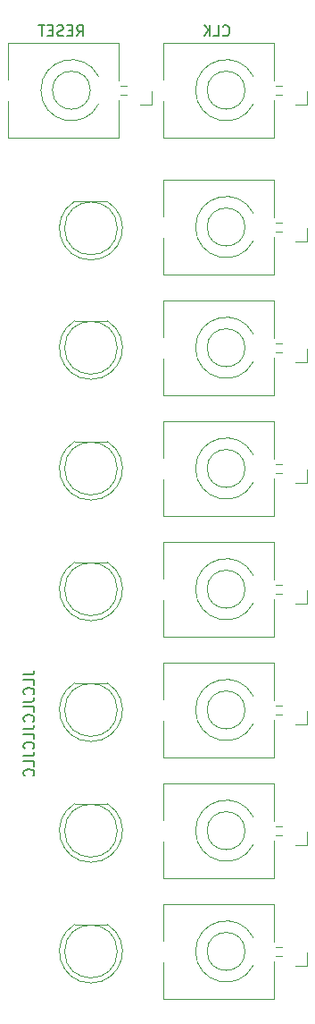
<source format=gbo>
G04 #@! TF.GenerationSoftware,KiCad,Pcbnew,(5.1.7)-1*
G04 #@! TF.CreationDate,2021-01-31T04:24:23+01:00*
G04 #@! TF.ProjectId,clockdiv,636c6f63-6b64-4697-962e-6b696361645f,rev?*
G04 #@! TF.SameCoordinates,Original*
G04 #@! TF.FileFunction,Legend,Bot*
G04 #@! TF.FilePolarity,Positive*
%FSLAX46Y46*%
G04 Gerber Fmt 4.6, Leading zero omitted, Abs format (unit mm)*
G04 Created by KiCad (PCBNEW (5.1.7)-1) date 2021-01-31 04:24:23*
%MOMM*%
%LPD*%
G01*
G04 APERTURE LIST*
%ADD10C,0.150000*%
%ADD11C,0.120000*%
G04 APERTURE END LIST*
D10*
X109942380Y-138382952D02*
X110656666Y-138382952D01*
X110799523Y-138335333D01*
X110894761Y-138240095D01*
X110942380Y-138097238D01*
X110942380Y-138002000D01*
X110942380Y-139335333D02*
X110942380Y-138859142D01*
X109942380Y-138859142D01*
X110847142Y-140240095D02*
X110894761Y-140192476D01*
X110942380Y-140049619D01*
X110942380Y-139954380D01*
X110894761Y-139811523D01*
X110799523Y-139716285D01*
X110704285Y-139668666D01*
X110513809Y-139621047D01*
X110370952Y-139621047D01*
X110180476Y-139668666D01*
X110085238Y-139716285D01*
X109990000Y-139811523D01*
X109942380Y-139954380D01*
X109942380Y-140049619D01*
X109990000Y-140192476D01*
X110037619Y-140240095D01*
X109942380Y-140954380D02*
X110656666Y-140954380D01*
X110799523Y-140906761D01*
X110894761Y-140811523D01*
X110942380Y-140668666D01*
X110942380Y-140573428D01*
X110942380Y-141906761D02*
X110942380Y-141430571D01*
X109942380Y-141430571D01*
X110847142Y-142811523D02*
X110894761Y-142763904D01*
X110942380Y-142621047D01*
X110942380Y-142525809D01*
X110894761Y-142382952D01*
X110799523Y-142287714D01*
X110704285Y-142240095D01*
X110513809Y-142192476D01*
X110370952Y-142192476D01*
X110180476Y-142240095D01*
X110085238Y-142287714D01*
X109990000Y-142382952D01*
X109942380Y-142525809D01*
X109942380Y-142621047D01*
X109990000Y-142763904D01*
X110037619Y-142811523D01*
X109942380Y-143525809D02*
X110656666Y-143525809D01*
X110799523Y-143478190D01*
X110894761Y-143382952D01*
X110942380Y-143240095D01*
X110942380Y-143144857D01*
X110942380Y-144478190D02*
X110942380Y-144002000D01*
X109942380Y-144002000D01*
X110847142Y-145382952D02*
X110894761Y-145335333D01*
X110942380Y-145192476D01*
X110942380Y-145097238D01*
X110894761Y-144954380D01*
X110799523Y-144859142D01*
X110704285Y-144811523D01*
X110513809Y-144763904D01*
X110370952Y-144763904D01*
X110180476Y-144811523D01*
X110085238Y-144859142D01*
X109990000Y-144954380D01*
X109942380Y-145097238D01*
X109942380Y-145192476D01*
X109990000Y-145335333D01*
X110037619Y-145382952D01*
X109942380Y-146097238D02*
X110656666Y-146097238D01*
X110799523Y-146049619D01*
X110894761Y-145954380D01*
X110942380Y-145811523D01*
X110942380Y-145716285D01*
X110942380Y-147049619D02*
X110942380Y-146573428D01*
X109942380Y-146573428D01*
X110847142Y-147954380D02*
X110894761Y-147906761D01*
X110942380Y-147763904D01*
X110942380Y-147668666D01*
X110894761Y-147525809D01*
X110799523Y-147430571D01*
X110704285Y-147382952D01*
X110513809Y-147335333D01*
X110370952Y-147335333D01*
X110180476Y-147382952D01*
X110085238Y-147430571D01*
X109990000Y-147525809D01*
X109942380Y-147668666D01*
X109942380Y-147763904D01*
X109990000Y-147906761D01*
X110037619Y-147954380D01*
D11*
G04 #@! TO.C,J2*
X122136000Y-84458000D02*
X122136000Y-83138000D01*
X122136000Y-84458000D02*
X121036000Y-84458000D01*
X119756000Y-82638000D02*
X119156000Y-82638000D01*
X119756000Y-83478000D02*
X119156000Y-83478000D01*
X116276000Y-83058000D02*
G75*
G03*
X116276000Y-83058000I-1800000J0D01*
G01*
X118976000Y-83958000D02*
X118976000Y-87558000D01*
X118976000Y-78558000D02*
X118976000Y-82158000D01*
X108476000Y-84058000D02*
X108476000Y-87558000D01*
X108476000Y-78558000D02*
X108476000Y-82058000D01*
X118976000Y-78558000D02*
X108476000Y-78558000D01*
X118976000Y-87558000D02*
X108476000Y-87558000D01*
X117064577Y-84354263D02*
G75*
G02*
X111581000Y-83058000I-2588577J1296263D01*
G01*
X117064577Y-81761737D02*
G75*
G03*
X111581000Y-83058000I-2588577J-1296263D01*
G01*
G04 #@! TO.C,J12*
X133656000Y-169092000D02*
X123156000Y-169092000D01*
X133656000Y-160092000D02*
X123156000Y-160092000D01*
X123156000Y-160092000D02*
X123156000Y-163592000D01*
X123156000Y-165592000D02*
X123156000Y-169092000D01*
X133656000Y-160092000D02*
X133656000Y-163692000D01*
X133656000Y-165492000D02*
X133656000Y-169092000D01*
X130956000Y-164592000D02*
G75*
G03*
X130956000Y-164592000I-1800000J0D01*
G01*
X134436000Y-165012000D02*
X133836000Y-165012000D01*
X134436000Y-164172000D02*
X133836000Y-164172000D01*
X136816000Y-165992000D02*
X135716000Y-165992000D01*
X136816000Y-165992000D02*
X136816000Y-164672000D01*
X131744577Y-165888263D02*
G75*
G02*
X126261000Y-164592000I-2588577J1296263D01*
G01*
X131744577Y-163295737D02*
G75*
G03*
X126261000Y-164592000I-2588577J-1296263D01*
G01*
G04 #@! TO.C,D6*
X118832000Y-164592000D02*
G75*
G03*
X118832000Y-164592000I-2500000J0D01*
G01*
X114787000Y-162032000D02*
X117877000Y-162032000D01*
X116331538Y-167582000D02*
G75*
G03*
X117876830Y-162032000I462J2990000D01*
G01*
X116332462Y-167582000D02*
G75*
G02*
X114787170Y-162032000I-462J2990000D01*
G01*
G04 #@! TO.C,D12*
X114787000Y-150602000D02*
X117877000Y-150602000D01*
X118832000Y-153162000D02*
G75*
G03*
X118832000Y-153162000I-2500000J0D01*
G01*
X116331538Y-156152000D02*
G75*
G03*
X117876830Y-150602000I462J2990000D01*
G01*
X116332462Y-156152000D02*
G75*
G02*
X114787170Y-150602000I-462J2990000D01*
G01*
G04 #@! TO.C,D11*
X114787000Y-139172000D02*
X117877000Y-139172000D01*
X118832000Y-141732000D02*
G75*
G03*
X118832000Y-141732000I-2500000J0D01*
G01*
X116331538Y-144722000D02*
G75*
G03*
X117876830Y-139172000I462J2990000D01*
G01*
X116332462Y-144722000D02*
G75*
G02*
X114787170Y-139172000I-462J2990000D01*
G01*
G04 #@! TO.C,D10*
X114787000Y-127742000D02*
X117877000Y-127742000D01*
X118832000Y-130302000D02*
G75*
G03*
X118832000Y-130302000I-2500000J0D01*
G01*
X116331538Y-133292000D02*
G75*
G03*
X117876830Y-127742000I462J2990000D01*
G01*
X116332462Y-133292000D02*
G75*
G02*
X114787170Y-127742000I-462J2990000D01*
G01*
G04 #@! TO.C,D9*
X114787000Y-104882000D02*
X117877000Y-104882000D01*
X118832000Y-107442000D02*
G75*
G03*
X118832000Y-107442000I-2500000J0D01*
G01*
X116331538Y-110432000D02*
G75*
G03*
X117876830Y-104882000I462J2990000D01*
G01*
X116332462Y-110432000D02*
G75*
G02*
X114787170Y-104882000I-462J2990000D01*
G01*
G04 #@! TO.C,D8*
X114787000Y-116312000D02*
X117877000Y-116312000D01*
X118832000Y-118872000D02*
G75*
G03*
X118832000Y-118872000I-2500000J0D01*
G01*
X116331538Y-121862000D02*
G75*
G03*
X117876830Y-116312000I462J2990000D01*
G01*
X116332462Y-121862000D02*
G75*
G02*
X114787170Y-116312000I-462J2990000D01*
G01*
G04 #@! TO.C,D7*
X114787000Y-93579000D02*
X117877000Y-93579000D01*
X118832000Y-96139000D02*
G75*
G03*
X118832000Y-96139000I-2500000J0D01*
G01*
X116331538Y-99129000D02*
G75*
G03*
X117876830Y-93579000I462J2990000D01*
G01*
X116332462Y-99129000D02*
G75*
G02*
X114787170Y-93579000I-462J2990000D01*
G01*
G04 #@! TO.C,J9*
X136816000Y-154562000D02*
X136816000Y-153242000D01*
X136816000Y-154562000D02*
X135716000Y-154562000D01*
X134436000Y-152742000D02*
X133836000Y-152742000D01*
X134436000Y-153582000D02*
X133836000Y-153582000D01*
X130956000Y-153162000D02*
G75*
G03*
X130956000Y-153162000I-1800000J0D01*
G01*
X133656000Y-154062000D02*
X133656000Y-157662000D01*
X133656000Y-148662000D02*
X133656000Y-152262000D01*
X123156000Y-154162000D02*
X123156000Y-157662000D01*
X123156000Y-148662000D02*
X123156000Y-152162000D01*
X133656000Y-148662000D02*
X123156000Y-148662000D01*
X133656000Y-157662000D02*
X123156000Y-157662000D01*
X131744577Y-154458263D02*
G75*
G02*
X126261000Y-153162000I-2588577J1296263D01*
G01*
X131744577Y-151865737D02*
G75*
G03*
X126261000Y-153162000I-2588577J-1296263D01*
G01*
G04 #@! TO.C,J8*
X136816000Y-143132000D02*
X136816000Y-141812000D01*
X136816000Y-143132000D02*
X135716000Y-143132000D01*
X134436000Y-141312000D02*
X133836000Y-141312000D01*
X134436000Y-142152000D02*
X133836000Y-142152000D01*
X130956000Y-141732000D02*
G75*
G03*
X130956000Y-141732000I-1800000J0D01*
G01*
X133656000Y-142632000D02*
X133656000Y-146232000D01*
X133656000Y-137232000D02*
X133656000Y-140832000D01*
X123156000Y-142732000D02*
X123156000Y-146232000D01*
X123156000Y-137232000D02*
X123156000Y-140732000D01*
X133656000Y-137232000D02*
X123156000Y-137232000D01*
X133656000Y-146232000D02*
X123156000Y-146232000D01*
X131744577Y-143028263D02*
G75*
G02*
X126261000Y-141732000I-2588577J1296263D01*
G01*
X131744577Y-140435737D02*
G75*
G03*
X126261000Y-141732000I-2588577J-1296263D01*
G01*
G04 #@! TO.C,J7*
X136816000Y-131702000D02*
X136816000Y-130382000D01*
X136816000Y-131702000D02*
X135716000Y-131702000D01*
X134436000Y-129882000D02*
X133836000Y-129882000D01*
X134436000Y-130722000D02*
X133836000Y-130722000D01*
X130956000Y-130302000D02*
G75*
G03*
X130956000Y-130302000I-1800000J0D01*
G01*
X133656000Y-131202000D02*
X133656000Y-134802000D01*
X133656000Y-125802000D02*
X133656000Y-129402000D01*
X123156000Y-131302000D02*
X123156000Y-134802000D01*
X123156000Y-125802000D02*
X123156000Y-129302000D01*
X133656000Y-125802000D02*
X123156000Y-125802000D01*
X133656000Y-134802000D02*
X123156000Y-134802000D01*
X131744577Y-131598263D02*
G75*
G02*
X126261000Y-130302000I-2588577J1296263D01*
G01*
X131744577Y-129005737D02*
G75*
G03*
X126261000Y-130302000I-2588577J-1296263D01*
G01*
G04 #@! TO.C,J6*
X136816000Y-108842000D02*
X136816000Y-107522000D01*
X136816000Y-108842000D02*
X135716000Y-108842000D01*
X134436000Y-107022000D02*
X133836000Y-107022000D01*
X134436000Y-107862000D02*
X133836000Y-107862000D01*
X130956000Y-107442000D02*
G75*
G03*
X130956000Y-107442000I-1800000J0D01*
G01*
X133656000Y-108342000D02*
X133656000Y-111942000D01*
X133656000Y-102942000D02*
X133656000Y-106542000D01*
X123156000Y-108442000D02*
X123156000Y-111942000D01*
X123156000Y-102942000D02*
X123156000Y-106442000D01*
X133656000Y-102942000D02*
X123156000Y-102942000D01*
X133656000Y-111942000D02*
X123156000Y-111942000D01*
X131744577Y-108738263D02*
G75*
G02*
X126261000Y-107442000I-2588577J1296263D01*
G01*
X131744577Y-106145737D02*
G75*
G03*
X126261000Y-107442000I-2588577J-1296263D01*
G01*
G04 #@! TO.C,J5*
X136816000Y-120272000D02*
X136816000Y-118952000D01*
X136816000Y-120272000D02*
X135716000Y-120272000D01*
X134436000Y-118452000D02*
X133836000Y-118452000D01*
X134436000Y-119292000D02*
X133836000Y-119292000D01*
X130956000Y-118872000D02*
G75*
G03*
X130956000Y-118872000I-1800000J0D01*
G01*
X133656000Y-119772000D02*
X133656000Y-123372000D01*
X133656000Y-114372000D02*
X133656000Y-117972000D01*
X123156000Y-119872000D02*
X123156000Y-123372000D01*
X123156000Y-114372000D02*
X123156000Y-117872000D01*
X133656000Y-114372000D02*
X123156000Y-114372000D01*
X133656000Y-123372000D02*
X123156000Y-123372000D01*
X131744577Y-120168263D02*
G75*
G02*
X126261000Y-118872000I-2588577J1296263D01*
G01*
X131744577Y-117575737D02*
G75*
G03*
X126261000Y-118872000I-2588577J-1296263D01*
G01*
G04 #@! TO.C,J4*
X136816000Y-97412000D02*
X136816000Y-96092000D01*
X136816000Y-97412000D02*
X135716000Y-97412000D01*
X134436000Y-95592000D02*
X133836000Y-95592000D01*
X134436000Y-96432000D02*
X133836000Y-96432000D01*
X130956000Y-96012000D02*
G75*
G03*
X130956000Y-96012000I-1800000J0D01*
G01*
X133656000Y-96912000D02*
X133656000Y-100512000D01*
X133656000Y-91512000D02*
X133656000Y-95112000D01*
X123156000Y-97012000D02*
X123156000Y-100512000D01*
X123156000Y-91512000D02*
X123156000Y-95012000D01*
X133656000Y-91512000D02*
X123156000Y-91512000D01*
X133656000Y-100512000D02*
X123156000Y-100512000D01*
X131744577Y-97308263D02*
G75*
G02*
X126261000Y-96012000I-2588577J1296263D01*
G01*
X131744577Y-94715737D02*
G75*
G03*
X126261000Y-96012000I-2588577J-1296263D01*
G01*
G04 #@! TO.C,J1*
X136816000Y-84458000D02*
X136816000Y-83138000D01*
X136816000Y-84458000D02*
X135716000Y-84458000D01*
X134436000Y-82638000D02*
X133836000Y-82638000D01*
X134436000Y-83478000D02*
X133836000Y-83478000D01*
X130956000Y-83058000D02*
G75*
G03*
X130956000Y-83058000I-1800000J0D01*
G01*
X133656000Y-83958000D02*
X133656000Y-87558000D01*
X133656000Y-78558000D02*
X133656000Y-82158000D01*
X123156000Y-84058000D02*
X123156000Y-87558000D01*
X123156000Y-78558000D02*
X123156000Y-82058000D01*
X133656000Y-78558000D02*
X123156000Y-78558000D01*
X133656000Y-87558000D02*
X123156000Y-87558000D01*
X131744577Y-84354263D02*
G75*
G02*
X126261000Y-83058000I-2588577J1296263D01*
G01*
X131744577Y-81761737D02*
G75*
G03*
X126261000Y-83058000I-2588577J-1296263D01*
G01*
G04 #@! TO.C,J2*
D10*
X114990380Y-77922380D02*
X115323714Y-77446190D01*
X115561809Y-77922380D02*
X115561809Y-76922380D01*
X115180857Y-76922380D01*
X115085619Y-76970000D01*
X115038000Y-77017619D01*
X114990380Y-77112857D01*
X114990380Y-77255714D01*
X115038000Y-77350952D01*
X115085619Y-77398571D01*
X115180857Y-77446190D01*
X115561809Y-77446190D01*
X114561809Y-77398571D02*
X114228476Y-77398571D01*
X114085619Y-77922380D02*
X114561809Y-77922380D01*
X114561809Y-76922380D01*
X114085619Y-76922380D01*
X113704666Y-77874761D02*
X113561809Y-77922380D01*
X113323714Y-77922380D01*
X113228476Y-77874761D01*
X113180857Y-77827142D01*
X113133238Y-77731904D01*
X113133238Y-77636666D01*
X113180857Y-77541428D01*
X113228476Y-77493809D01*
X113323714Y-77446190D01*
X113514190Y-77398571D01*
X113609428Y-77350952D01*
X113657047Y-77303333D01*
X113704666Y-77208095D01*
X113704666Y-77112857D01*
X113657047Y-77017619D01*
X113609428Y-76970000D01*
X113514190Y-76922380D01*
X113276095Y-76922380D01*
X113133238Y-76970000D01*
X112704666Y-77398571D02*
X112371333Y-77398571D01*
X112228476Y-77922380D02*
X112704666Y-77922380D01*
X112704666Y-76922380D01*
X112228476Y-76922380D01*
X111942761Y-76922380D02*
X111371333Y-76922380D01*
X111657047Y-77922380D02*
X111657047Y-76922380D01*
G04 #@! TO.C,J1*
X128865238Y-77827142D02*
X128912857Y-77874761D01*
X129055714Y-77922380D01*
X129150952Y-77922380D01*
X129293809Y-77874761D01*
X129389047Y-77779523D01*
X129436666Y-77684285D01*
X129484285Y-77493809D01*
X129484285Y-77350952D01*
X129436666Y-77160476D01*
X129389047Y-77065238D01*
X129293809Y-76970000D01*
X129150952Y-76922380D01*
X129055714Y-76922380D01*
X128912857Y-76970000D01*
X128865238Y-77017619D01*
X127960476Y-77922380D02*
X128436666Y-77922380D01*
X128436666Y-76922380D01*
X127627142Y-77922380D02*
X127627142Y-76922380D01*
X127055714Y-77922380D02*
X127484285Y-77350952D01*
X127055714Y-76922380D02*
X127627142Y-77493809D01*
G04 #@! TD*
M02*

</source>
